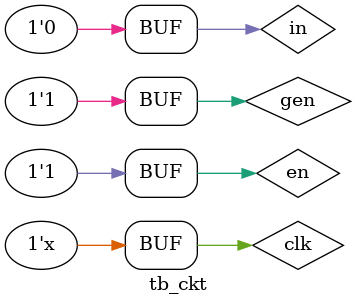
<source format=v>
`timescale 1ns / 1ps

module tb_ckt;

reg clk, en, gen ,in;
wire[3:0] Y;

CKT uut(
.clk(clk), .en(en), .gen(gen) , .in(in), .Y(Y)
);

initial clk = 0;
always #20 clk = ~clk;

initial begin
en = 1;gen = 1; in = 1; #1000000
in = 0 ;#10000;

end 
endmodule








 
</source>
